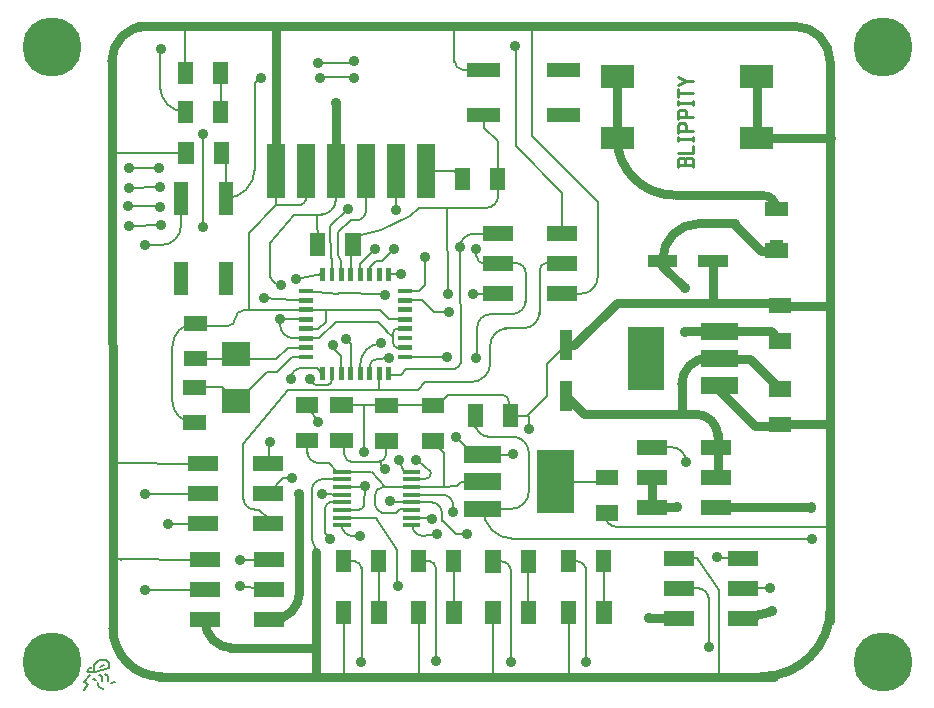
<source format=gbr>
G04 start of page 2 for group 0 idx 0 *
G04 Title: (unknown), top *
G04 Creator: pcb 20140316 *
G04 CreationDate: Wed Jul  8 14:59:58 2015 UTC *
G04 For: frankenteddy *
G04 Format: Gerber/RS-274X *
G04 PCB-Dimensions (mil): 3270.00 2515.00 *
G04 PCB-Coordinate-Origin: lower left *
%MOIN*%
%FSLAX25Y25*%
%LNTOP*%
%ADD29C,0.0150*%
%ADD28C,0.1575*%
%ADD27C,0.0350*%
%ADD26C,0.1968*%
%ADD25R,0.0157X0.0157*%
%ADD24R,0.0600X0.0600*%
%ADD23R,0.1220X0.1220*%
%ADD22R,0.0394X0.0394*%
%ADD21R,0.0560X0.0560*%
%ADD20R,0.0118X0.0118*%
%ADD19R,0.0472X0.0472*%
%ADD18R,0.0748X0.0748*%
%ADD17R,0.0130X0.0130*%
%ADD16R,0.0787X0.0787*%
%ADD15R,0.0510X0.0510*%
%ADD14R,0.0500X0.0500*%
%ADD13C,0.0100*%
%ADD12C,0.0070*%
%ADD11C,0.0300*%
G54D11*X241431Y158173D02*X241500Y144100D01*
X243500Y125500D02*X253700D01*
X263000Y144000D02*X263800Y143200D01*
X279800D01*
X280000Y143000D01*
X260600Y134600D02*X263800Y131400D01*
X263000Y144000D02*X209500D01*
X263800Y103600D02*X280100D01*
X280500Y104000D01*
X253700Y125500D02*X263800Y115400D01*
X243500Y116500D02*Y115000D01*
X243000Y125500D02*X236600Y125300D01*
X231000Y118100D02*Y107000D01*
X231500D02*X236500D01*
G54D12*X230000Y59000D02*X236000D01*
X235900D02*X236000D01*
G54D11*X243500Y115000D02*X255500Y103000D01*
X243000Y100500D02*X243200Y86700D01*
G54D12*X221000Y96000D02*X227500D01*
X251500Y59000D02*X243400Y59100D01*
G54D11*X255500Y103000D02*X263400D01*
X264000Y103600D01*
X263000Y103100D02*X263500Y103600D01*
X231000Y107000D02*X198429D01*
X192327Y113102D01*
X242500Y76000D02*X273900D01*
X274200Y76300D01*
G54D12*X280650Y69350D02*X209300Y69400D01*
G54D11*X221000Y76000D02*X229500D01*
G54D12*X274500Y65500D02*X174500D01*
G54D11*X221000Y86000D02*Y76000D01*
G54D12*X189000Y84500D02*X202700D01*
X204000Y85800D01*
X164600Y75400D02*X174400D01*
X174000Y106500D02*X179500D01*
X166300Y99500D02*X175100D01*
X174000Y93500D02*X164600D01*
X173500Y107000D02*X174000Y106500D01*
X164800Y93500D02*X161700D01*
X155900Y99300D01*
X179500Y106500D02*X186000Y113000D01*
Y123704D01*
X180000Y94500D02*Y81000D01*
Y106500D02*Y102000D01*
X162200Y106500D02*Y102800D01*
X153000Y113500D02*X170800D01*
X173400Y111300D02*X173500Y107000D01*
X167300Y140300D02*X174300D01*
X153400Y141100D02*X148300D01*
X146850Y142550D01*
X164600Y84500D02*X157392D01*
X156000Y83108D01*
X159300Y67000D02*Y67300D01*
Y66900D02*X155700D01*
X154800Y74300D02*Y77195D01*
G54D11*X261700Y19500D02*X56700Y19502D01*
G54D12*X143250Y40950D02*Y24253D01*
X168100Y19502D02*X168099Y19501D01*
X143250Y24300D02*Y19651D01*
X143100Y19501D01*
X149200Y24300D02*Y26900D01*
X179900Y40900D02*Y57900D01*
X143200Y58000D02*X147300D01*
X149100Y56200D02*X149200Y26700D01*
X168050Y57950D02*X170900Y57900D01*
X136200Y50200D02*X136300Y50100D01*
X205050Y40950D02*Y57950D01*
X205000Y58000D01*
X230000Y49000D02*X237000D01*
X243500Y48500D02*Y19500D01*
X240000Y46000D02*Y30000D01*
X193250Y40950D02*Y23250D01*
G54D11*X251500Y39000D02*X261000Y41500D01*
X230000Y39000D02*X221000D01*
G54D12*X236000Y59000D02*X243500Y48500D01*
X93500D02*X83900Y49800D01*
X93500Y58500D02*X83400Y58400D01*
G54D11*X109000Y19700D02*Y60900D01*
G54D12*X118200Y58000D02*X122300D01*
X124300Y56000D02*Y24800D01*
X136200Y61800D02*Y50200D01*
X179900Y57900D02*X179850Y57950D01*
X251500Y49000D02*X260500Y49100D01*
X174100Y54500D02*Y24500D01*
X193200Y58000D02*X196100D01*
X199200Y54800D02*Y24600D01*
X168100Y40900D02*Y23602D01*
X193250Y23350D02*Y19651D01*
X193100Y19501D01*
X168100Y23800D02*Y19502D01*
G54D11*X80300Y29000D02*X109000D01*
G54D12*X118250Y40950D02*Y23750D01*
Y23800D02*Y19552D01*
X118200Y19502D01*
G54D11*X57500Y19602D02*X57400Y19502D01*
G54D12*X37700Y18000D02*Y19700D01*
X36700Y20200D01*
X39600Y17900D02*Y19700D01*
X38600Y20400D01*
X40900Y17400D02*X42000Y17700D01*
X35200Y21072D02*X32928D01*
X35200D02*Y23300D01*
X36800Y24900D01*
X37000Y22800D02*X38400Y23300D01*
X35300Y21100D02*X40000Y22400D01*
X36800Y24900D02*X39200D01*
X40200Y23900D01*
Y22528D01*
X40100Y22428D01*
X35700Y18300D02*X34700Y18700D01*
X33800Y20100D02*X31700Y17700D01*
X33100Y17100D02*X31600Y15200D01*
X31700Y17700D02*X33100Y17100D01*
X130050Y40950D02*Y57950D01*
X117786Y77621D02*X113521D01*
X117786Y75062D02*X123500Y75100D01*
X117786Y80179D02*X111200Y80300D01*
X117786Y85297D02*X110900Y85300D01*
X127644Y87756D02*X132100Y82700D01*
X117300Y87856D02*X116144D01*
X113300Y90700D01*
X109300D01*
X125100Y76500D02*X125400Y83000D01*
X117786Y82738D02*X125100Y82600D01*
X117900Y72503D02*X128997D01*
X128700Y80400D02*Y77000D01*
X123700Y66400D02*X121100D01*
X112200Y76200D02*X112150Y67350D01*
X113600Y65500D02*Y65900D01*
X112200Y67300D01*
X155050Y40950D02*Y57950D01*
X155000Y58000D01*
X145997Y72503D02*X146000Y72500D01*
X129097Y72403D02*X136200Y61800D01*
X144400Y66400D02*X149400Y67000D01*
X146603Y71897D02*X145950Y72550D01*
X141014Y72503D02*X145997D01*
X140876Y75200D02*X141014Y75062D01*
Y77621D02*X147841Y77541D01*
X147600D02*X148159D01*
X137862Y75238D02*X137238D01*
X135521Y77621D02*X141021D01*
X140838Y75238D02*X137838D01*
X133800Y78200D02*X135042D01*
X135621Y77621D01*
X137238Y75238D02*X135900Y73900D01*
X131800D01*
X141014Y80179D02*X151600Y80100D01*
X141014Y82738D02*X152062D01*
X155900Y83100D02*X151438Y82738D01*
X151500Y94500D02*X148000Y98000D01*
X151600Y83200D02*Y94400D01*
X151000Y71600D02*X155700Y66900D01*
X150950Y74750D02*Y71650D01*
X151100Y71500D01*
X142700Y91700D02*X147500Y87600D01*
X138356Y87856D02*X136700Y91600D01*
X132500Y98000D02*Y93500D01*
X130050Y57950D02*X130000Y58000D01*
X71500Y70500D02*X60100D01*
X59800Y70800D01*
X141014Y85297D02*X145500Y85300D01*
X141014Y87856D02*X138444D01*
X136138Y82738D02*X131300Y82700D01*
X140600Y82738D02*X136138D01*
X125000Y110000D02*Y94500D01*
X118500Y97500D02*Y93700D01*
X117786Y87856D02*X127544D01*
X120600Y91000D02*X130900D01*
Y89900D01*
X132100Y88700D01*
X110225Y132325D02*X115600Y137700D01*
X129635D01*
X120675Y127400D02*Y130225D01*
X119000Y131900D01*
X114376Y120521D02*Y118224D01*
X79800Y136500D02*X69700D01*
X68950Y137250D01*
X101026Y126026D02*X96000Y121000D01*
X103800Y122400D02*X109348D01*
X111227Y120521D01*
X113100Y116800D02*X109000D01*
X105825Y132325D02*X110225D01*
X105721Y126026D02*X101026D01*
X105721Y138625D02*X97000Y138600D01*
X97100D02*Y136700D01*
D03*
X84800Y97100D02*X99600Y115050D01*
X88600Y75200D02*X90200D01*
X123825Y153579D02*Y156225D01*
Y120521D02*Y124125D01*
X123800Y157100D02*Y156200D01*
X123825Y156175D01*
X126974Y153579D02*Y155974D01*
X138779Y148074D02*X143474D01*
X145500Y150100D01*
X138779Y144924D02*X144476D01*
X146800Y142600D01*
X126974Y155974D02*X129000Y158000D01*
X131200D01*
X126975Y120521D02*Y123075D01*
X133400Y125800D02*X129300Y125400D01*
X134800Y130700D02*X134750Y132585D01*
X132500Y134835D01*
X129635Y137700D02*X132667Y134667D01*
X134750Y132200D02*X134800Y134300D01*
X95700Y176600D02*X86700Y167500D01*
X95900Y176700D02*X95700Y176900D01*
X101800Y173400D02*X93700Y164100D01*
X101624Y144924D02*X91400Y145800D01*
X77350Y217650D02*X77300Y217700D01*
X57100Y215400D02*X57200Y228700D01*
X57400Y228900D01*
X79000Y179000D02*Y192500D01*
X77500Y194000D01*
X64039Y179000D02*X64100Y169900D01*
G54D11*X95700Y188300D02*Y231300D01*
G54D12*X88600Y188500D02*Y217300D01*
X90600Y219300D01*
X71500Y169600D02*Y200800D01*
X71300Y201000D01*
X138779Y135475D02*X135900Y135500D01*
X133475Y138625D02*X130250Y141850D01*
X138779Y138625D02*X133475D01*
X117525Y153579D02*Y158025D01*
X120675Y153579D02*Y163875D01*
X135750Y188250D02*Y175750D01*
X116391Y147209D02*X132100Y147200D01*
X121300Y166200D02*X130600Y168400D01*
X130800Y168424D02*X140500Y173000D01*
X128800Y162200D02*Y162100D01*
X123800Y157100D01*
X131200Y158000D02*X135200Y162000D01*
X152900Y175794D02*X153000Y147000D01*
X133273Y153579D02*X137479D01*
X137500Y153600D01*
X143400Y175800D02*X140568Y173032D01*
X145500Y150100D02*Y159400D01*
X95700Y188200D02*Y176600D01*
X105700Y188200D02*Y178500D01*
X104000Y176700D02*X95900D01*
X125700Y188200D02*Y174600D01*
G54D11*X115699Y188300D02*Y210699D01*
X115800Y210800D01*
G54D12*X123100Y171600D02*X120600D01*
X120675Y163875D02*X120900Y164100D01*
X105721Y148073D02*X116500Y147200D01*
X114000Y159700D02*X113900Y168800D01*
X116400Y167800D02*Y160199D01*
X120600Y171600D02*X116400Y167700D01*
X117525Y157975D02*X116400Y160200D01*
X115700Y188200D02*X115731Y178069D01*
X109600Y163500D02*X109500Y173500D01*
X101800D02*X111161D01*
X113900Y168800D02*Y169700D01*
X119600Y175500D01*
X110500Y219300D02*X121700D01*
X121800Y219400D01*
X109700Y224000D02*X121100D01*
X121700Y224600D01*
X155000Y188200D02*X157800Y185400D01*
X152100Y175800D02*X165900Y175700D01*
X152300Y175800D02*X143300D01*
X191200Y167100D02*Y180700D01*
X203000Y177800D02*X181200Y199600D01*
X169800Y179500D02*Y184576D01*
X169676Y184700D01*
X191200Y180700D02*X175600Y196300D01*
X169600Y185400D02*Y197900D01*
G54D11*X229000Y180000D02*X257900D01*
X262600Y161520D02*X257480D01*
X248500Y170500D01*
X236800Y170600D02*X248600D01*
G54D12*X135600Y188100D02*X135700Y188200D01*
X145700D02*X155000D01*
X169600Y197900D02*X165000Y202500D01*
Y206728D01*
X164928Y206800D01*
G54D11*X49800Y236300D02*X268700D01*
G54D12*X175600Y229300D02*X175300Y229600D01*
G54D11*X95700Y230600D02*Y235800D01*
X95900Y236000D01*
G54D12*X175600Y196300D02*Y229300D01*
X181200Y199600D02*Y221600D01*
X164928Y221761D02*X158039D01*
G54D11*X209500Y219472D02*Y199000D01*
X210000D01*
G54D12*X181200Y221600D02*Y236400D01*
X155200Y224400D02*Y236400D01*
X65500Y220700D02*X65400Y236100D01*
X203000Y152600D02*Y177800D01*
X191200Y147100D02*X197500D01*
X185500Y157400D02*X190900D01*
X191200Y157100D01*
G54D11*X224502Y156498D02*X232000Y149000D01*
X192327Y130031D02*X195031D01*
X260600Y134600D02*X232100D01*
X232000Y134500D01*
X195031Y130031D02*X209500Y144000D01*
G54D12*X169700Y167100D02*X161200D01*
X157550Y124650D02*X157050Y162950D01*
X169700Y157100D02*X165000D01*
X162500Y162200D02*Y159600D01*
X163800Y147100D02*X161600D01*
X169700D02*X163000D01*
X179000Y144500D02*Y154400D01*
X176000Y157400D02*X170000D01*
X169700Y157100D01*
X183600Y140300D02*Y155500D01*
X171800Y135600D02*X178900D01*
X167150Y123350D02*X167200Y130100D01*
X162750Y125750D02*X162800Y135700D01*
X186000Y123704D02*X192327Y130031D01*
X117526Y126374D02*X114400Y129500D01*
X58100Y163400D02*X52000D01*
G54D11*X255957Y219472D02*Y199000D01*
X280600Y198900D01*
X280500Y224500D02*Y38000D01*
X41000Y225200D02*X41302Y36800D01*
X41301Y37500D02*Y34701D01*
G54D12*X77350Y207750D02*Y217650D01*
X65700Y194000D02*X40957Y193900D01*
X46900Y188900D02*X56500D01*
X57000Y182700D02*X46500Y182500D01*
X56600Y176300D02*X46500D01*
X57600Y169900D02*X46700Y169800D01*
X61200Y129700D02*X61100Y111400D01*
X72000Y58500D02*X41268Y58600D01*
X44000Y58500D02*X43968Y58532D01*
X71500Y90500D02*X41218Y90600D01*
X71500Y80500D02*X52000D01*
X72000Y48500D02*X52000D01*
X99689Y129176D02*X95763Y125250D01*
X91900Y141750D02*X84700Y141700D01*
X91850Y141750D02*X105697D01*
X105721Y129176D02*X99689D01*
X106000Y110000D02*X109800Y104400D01*
X93700Y164100D02*X93600Y153600D01*
X86700Y167500D02*X86650Y141800D01*
X69100Y125500D02*X95763Y125250D01*
X68550Y115950D02*X77676D01*
X82344Y111282D01*
X83182D01*
X92900Y121000D01*
X96050Y121050D01*
X105721Y132325D02*X101475D01*
X105697Y141750D02*X105721Y141774D01*
G54D11*X103500Y47000D02*X103400Y80300D01*
G54D12*X106200Y94000D02*Y98000D01*
X106000Y98200D01*
X93000Y90500D02*X93900Y97900D01*
X93000Y70500D02*Y72400D01*
X90200Y75200D01*
X84800Y78700D02*Y97100D01*
X101000Y85700D02*X98200D01*
X93000Y80500D01*
X107700Y82100D02*Y64900D01*
X108500Y61800D02*X109000Y61300D01*
X107700Y65100D02*X109000Y61700D01*
X145550Y117650D02*X161450D01*
X139150Y121950D02*X154850D01*
X137274Y120074D02*X139150Y121950D01*
X152673Y126027D02*X152750Y125950D01*
X138779Y126027D02*X152673D01*
X142950Y115050D02*X145550Y117650D01*
X117500Y110000D02*X149500D01*
X153000Y113500D01*
X131300Y115050D02*X142950D01*
X130124Y120521D02*X130100Y115050D01*
X133274Y120074D02*X137274D01*
X138753Y129150D02*X138779Y129176D01*
X136100Y129200D02*X138753Y129150D01*
X117526Y120521D02*Y126374D01*
X120675Y120521D02*Y127425D01*
X109850Y141850D02*X109750Y141750D01*
X109950D02*X105950D01*
X112250Y137850D02*Y141850D01*
X109875Y135475D02*X112250Y137850D01*
X105721Y135475D02*X109875D01*
X105721Y144924D02*X101624D01*
X130250Y141850D02*X109850D01*
X114376Y153579D02*Y157876D01*
X114000Y159700D01*
X111226Y153579D02*X102400Y152200D01*
X131400Y115050D02*X99578Y115022D01*
X104200Y122400D02*G75*G03X100900Y119100I0J-3300D01*G01*
X106200Y94500D02*G75*G03X110000Y90700I3800J0D01*G01*
X111300Y85300D02*G75*G03X107700Y81700I0J-3600D01*G01*
X113000Y116800D02*G75*G03X114300Y118100I0J1300D01*G01*
X107000Y118800D02*G75*G03X109000Y116800I2000J0D01*G01*
X130900Y130600D02*G75*G03X123800Y123500I0J-7100D01*G01*
X145200Y85300D02*G75*G03X147500Y87600I0J2300D01*G01*
X118500Y93700D02*G75*G03X121200Y91000I2700J0D01*G01*
X132500Y93800D02*G75*G02X129700Y91000I-2800J0D01*G01*
X136100Y135500D02*G75*G03X134800Y134200I0J-1300D01*G01*
X136200Y129200D02*G75*G02X134800Y130600I0J1400D01*G01*
X129500Y125400D02*G75*G03X126900Y122800I0J-2600D01*G01*
X125700Y174800D02*G75*G02X122500Y171600I-3200J0D01*G01*
X65550Y207750D02*G75*G02X57100Y216200I0J8450D01*G01*
X105700Y178800D02*G75*G02X103600Y176700I-2100J0D01*G01*
X115700Y178500D02*G75*G02X110700Y173500I-5000J0D01*G01*
X79000Y179000D02*G75*G03X88600Y188600I0J9600D01*G01*
X68950Y137250D02*G75*G03X61200Y129500I0J-7750D01*G01*
X85100Y141700D02*G75*G03X82100Y138700I0J-3000D01*G01*
G75*G02X79900Y136500I-2200J0D01*G01*
X97500Y150100D02*G75*G02X93600Y154000I0J3900D01*G01*
X101700Y132300D02*G75*G02X97100Y136900I0J4600D01*G01*
X57600Y163400D02*G75*G03X64100Y169900I0J6500D01*G01*
G54D11*X52800Y236400D02*G75*G03X41000Y224600I0J-11800D01*G01*
G54D12*X68550Y104150D02*G75*G02X61100Y111600I0J7450D01*G01*
X154100Y121900D02*G75*G03X157600Y125400I0J3500D01*G01*
X160800Y117700D02*G75*G03X167200Y124100I0J6400D01*G01*
X170900Y113500D02*G75*G02X173500Y110900I0J-2600D01*G01*
G54D11*X239700Y125700D02*G75*G03X231000Y117000I0J-8700D01*G01*
G54D12*X185900Y157400D02*G75*G03X183600Y155100I0J-2300D01*G01*
X197300Y147100D02*G75*G03X203000Y152800I0J5700D01*G01*
X175600Y157400D02*G75*G02X179000Y154000I0J-3400D01*G01*
X162500Y159900D02*G75*G03X165300Y157100I2800J0D01*G01*
X161600Y167100D02*G75*G03X157100Y162600I0J-4500D01*G01*
X165600Y175700D02*G75*G03X169800Y179900I0J4200D01*G01*
X167100Y129800D02*G75*G02X172900Y135600I5800J0D01*G01*
X178200D02*G75*G03X183600Y141000I0J5400D01*G01*
X174300Y140300D02*G75*G03X179000Y145000I0J4700D01*G01*
X167300Y140300D02*G75*G03X162800Y135800I0J-4500D01*G01*
X158300Y221700D02*G75*G02X155200Y224800I0J3100D01*G01*
G54D11*X268600Y236300D02*G75*G02X280500Y224400I0J-11900D01*G01*
X209400Y199200D02*G75*G03X228600Y180000I19200J0D01*G01*
X262500Y175400D02*G75*G03X257900Y180000I-4600J0D01*G01*
X224600Y158400D02*G75*G02X236700Y170500I12100J0D01*G01*
G54D12*X166700Y99500D02*G75*G02X162200Y104000I0J4500D01*G01*
X174600Y99500D02*G75*G02X180000Y94100I0J-5400D01*G01*
X232500Y91000D02*G75*G03X227500Y96000I-5000J0D01*G01*
X180000Y81200D02*G75*G02X174200Y75400I-5800J0D01*G01*
X174700Y65500D02*G75*G02X164700Y75500I0J10000D01*G01*
X209500Y69400D02*G75*G02X205300Y73600I0J4200D01*G01*
X174100Y54500D02*G75*G03X170650Y57950I-3450J0D01*G01*
X199200Y54500D02*G75*G03X195700Y58000I-3500J0D01*G01*
X236200Y49000D02*G75*G02X240000Y45200I0J-3800D01*G01*
G54D11*X235700Y107000D02*G75*G02X243000Y99700I0J-7300D01*G01*
X280500Y42300D02*G75*G02X257700Y19500I-22800J0D01*G01*
G54D12*X151300Y80100D02*G75*G02X154800Y76600I0J-3500D01*G01*
X147500Y77600D02*G75*G02X151000Y74100I0J-3500D01*G01*
X128700Y77500D02*G75*G03X132300Y73900I3600J0D01*G01*
X128700Y79900D02*G75*G02X131500Y82700I2800J0D01*G01*
X123200Y75100D02*G75*G03X125200Y77100I0J2000D01*G01*
X113900Y77600D02*G75*G03X112200Y75900I0J-1700D01*G01*
X88700Y75200D02*G75*G02X84800Y79100I0J3900D01*G01*
X144700Y66400D02*G75*G02X141100Y70000I0J3600D01*G01*
X117686Y69944D02*G75*G03X121230Y66400I3544J0D01*G01*
X121700Y58000D02*G75*G02X124300Y55400I0J-2600D01*G01*
X146700Y58000D02*G75*G02X149100Y55600I0J-2400D01*G01*
G54D11*X94300Y38400D02*G75*G03X103600Y47700I0J9300D01*G01*
X72000Y38300D02*G75*G03X81300Y29000I9300J0D01*G01*
X57500Y19500D02*G75*G02X41400Y35600I0J16100D01*G01*
G54D12*X36200Y17400D02*G75*G03X38200Y15400I2000J0D01*G01*
X32900Y21200D02*G75*G02X34200Y22500I1300J0D01*G01*
G54D13*X234750Y191900D02*Y189400D01*
Y191900D02*X234125Y192525D01*
X232625D02*X234125D01*
X232000Y191900D02*X232625Y192525D01*
X232000Y191900D02*Y190025D01*
X229750D02*X234750D01*
X229750Y191900D02*Y189400D01*
Y191900D02*X230375Y192525D01*
X231375D01*
X232000Y191900D02*X231375Y192525D01*
X229750Y194025D02*X234750D01*
Y196525D02*Y194025D01*
X229750Y199275D02*Y198025D01*
Y198650D02*X234750D01*
Y199275D02*Y198025D01*
X229750Y201400D02*X234750D01*
X229750Y203275D02*Y200775D01*
Y203275D02*X230375Y203900D01*
X231625D01*
X232250Y203275D02*X231625Y203900D01*
X232250Y203275D02*Y201400D01*
X229750Y206025D02*X234750D01*
X229750Y207900D02*Y205400D01*
Y207900D02*X230375Y208525D01*
X231625D01*
X232250Y207900D02*X231625Y208525D01*
X232250Y207900D02*Y206025D01*
X229750Y211275D02*Y210025D01*
Y210650D02*X234750D01*
Y211275D02*Y210025D01*
X229750Y215275D02*Y212775D01*
Y214025D02*X234750D01*
X229750Y216775D02*X232250Y218025D01*
X229750Y219275D01*
X232250Y218025D02*X234750D01*
G54D14*X69000Y70500D02*X74000D01*
X69000Y80500D02*X74000D01*
X69500Y38500D02*X74500D01*
X69500Y48500D02*X74500D01*
X69500Y58500D02*X74500D01*
X90500Y70500D02*X95500D01*
X91000Y38500D02*X96000D01*
X91000Y48500D02*X96000D01*
X91000Y58500D02*X96000D01*
G54D15*X118200Y59200D02*Y56800D01*
X130000Y59200D02*Y56800D01*
X143200Y59200D02*Y56800D01*
X155000Y59200D02*Y56800D01*
X118250Y42150D02*Y39750D01*
X130050Y42150D02*Y39750D01*
X143250Y42150D02*Y39750D01*
X155050Y42150D02*Y39750D01*
G54D14*X69000Y90500D02*X74000D01*
X90500Y80500D02*X95500D01*
X90500Y90500D02*X95500D01*
G54D15*X67350Y104150D02*X69750D01*
X67350Y115950D02*X69750D01*
G54D16*X81556Y111282D02*X83131D01*
G54D15*X116300Y110000D02*X118700D01*
X116300Y98200D02*X118700D01*
X131300Y109800D02*X133700D01*
X131300Y98000D02*X133700D01*
X104800Y110000D02*X107200D01*
X104800Y98200D02*X107200D01*
G54D17*X115383Y87856D02*X119989D01*
X115383Y85297D02*X119989D01*
X115383Y82738D02*X119989D01*
X115383Y80179D02*X119989D01*
X115383Y77621D02*X119989D01*
X115383Y75062D02*X119989D01*
X115383Y72503D02*X119989D01*
G54D15*X146800Y109800D02*X149200D01*
X146800Y98000D02*X149200D01*
G54D17*X115383Y69944D02*X119989D01*
X138611D02*X143217D01*
X138611Y72503D02*X143217D01*
X138611Y75062D02*X143217D01*
X138611Y77621D02*X143217D01*
X138611Y80179D02*X143217D01*
X138611Y82738D02*X143217D01*
X138611Y85297D02*X143217D01*
X138611Y87856D02*X143217D01*
G54D18*X254185Y219473D02*X257728D01*
X254185Y199000D02*X257728D01*
X207728D02*X211272D01*
X207728Y219473D02*X211272D01*
G54D19*X188550Y206800D02*X194849D01*
X188550Y221761D02*X194849D01*
X161779Y206800D02*X168078D01*
X161779Y221761D02*X168078D01*
X261222Y161521D02*X263978D01*
X261222Y175300D02*X263978D01*
G54D20*X261025Y164473D02*X264175D01*
G54D15*X262600Y143200D02*X265000D01*
X262600Y131400D02*X265000D01*
G54D21*X240200Y116500D02*X246800D01*
X240200Y125500D02*X246800D01*
X240200Y134600D02*X246800D01*
G54D22*X221550Y158173D02*X227455D01*
X238479D02*X244384D01*
G54D15*X262600Y115400D02*X265000D01*
G54D23*X219100Y130000D02*Y121000D01*
G54D14*X167200Y147100D02*X172200D01*
X167200Y157100D02*X172200D01*
X167200Y167100D02*X172200D01*
X188700Y147100D02*X193700D01*
X188700Y157100D02*X193700D01*
X188700Y167100D02*X193700D01*
G54D15*X262600Y103600D02*X265000D01*
G54D14*X240000Y96000D02*X245000D01*
X240000Y86000D02*X245000D01*
X240000Y76000D02*X245000D01*
X218500Y96000D02*X223500D01*
X218500Y86000D02*X223500D01*
X218500Y76000D02*X223500D01*
X227500Y39000D02*X232500D01*
X227500Y49000D02*X232500D01*
X227500Y59000D02*X232500D01*
X249000Y39000D02*X254000D01*
X249000Y49000D02*X254000D01*
X249000Y59000D02*X254000D01*
G54D22*X192327Y116055D02*Y110150D01*
Y132984D02*Y127079D01*
G54D23*X189000Y89000D02*Y80000D01*
G54D15*X168050Y59150D02*Y56750D01*
X168100Y42100D02*Y39700D01*
G54D21*X161300Y75400D02*X167900D01*
G54D15*X179850Y59150D02*Y56750D01*
X179900Y42100D02*Y39700D01*
X193200Y59200D02*Y56800D01*
X205000Y59200D02*Y56800D01*
X193250Y42150D02*Y39750D01*
X205050Y42150D02*Y39750D01*
X204800Y74000D02*X207200D01*
X204800Y85800D02*X207200D01*
G54D21*X161300Y93500D02*X167900D01*
X161300Y84500D02*X167900D01*
G54D15*X174000Y107700D02*Y105300D01*
X162200Y107700D02*Y105300D01*
G54D19*X79000Y155378D02*Y149079D01*
X64039Y182149D02*Y175850D01*
Y155378D02*Y149079D01*
X79000Y182149D02*Y175850D01*
G54D15*X65700Y195200D02*Y192800D01*
X77500Y195200D02*Y192800D01*
G54D24*X95700Y194200D02*Y182200D01*
G54D15*X65500Y221900D02*Y219500D01*
X77300Y221900D02*Y219500D01*
X65550Y208950D02*Y206550D01*
X77350Y208950D02*Y206550D01*
G54D24*X105700Y194200D02*Y182200D01*
X115700Y194200D02*Y182200D01*
X125700Y194200D02*Y182200D01*
G54D15*X121400Y164700D02*Y162300D01*
G54D24*X135700Y194200D02*Y182200D01*
X145700Y194200D02*Y182200D01*
G54D15*X157800Y186600D02*Y184200D01*
X169600Y186600D02*Y184200D01*
X109600Y164700D02*Y162300D01*
G54D25*X104258Y148073D02*X107184D01*
X104258Y144924D02*X107184D01*
X104258Y141774D02*X107184D01*
X104258Y138625D02*X107184D01*
X104258Y135475D02*X107184D01*
X111226Y155042D02*Y152116D01*
X104258Y132325D02*X107184D01*
X104258Y129176D02*X107184D01*
X104258Y126026D02*X107184D01*
X111227Y121984D02*Y119058D01*
G54D16*X81556Y127030D02*X83131D01*
G54D15*X67750Y125450D02*X70150D01*
X67750Y137250D02*X70150D01*
G54D25*X114376Y121984D02*Y119058D01*
X117526Y121984D02*Y119058D01*
X120675Y121984D02*Y119058D01*
X123825Y121984D02*Y119058D01*
X126975Y121984D02*Y119058D01*
X130124Y121984D02*Y119058D01*
X133274Y121984D02*Y119058D01*
X137316Y126027D02*X140242D01*
X137316Y129176D02*X140242D01*
X137316Y132326D02*X140242D01*
X137316Y135475D02*X140242D01*
X137316Y138625D02*X140242D01*
X137316Y141775D02*X140242D01*
X137316Y144924D02*X140242D01*
X137316Y148074D02*X140242D01*
X133273Y155042D02*Y152116D01*
X130124Y155042D02*Y152116D01*
X126974Y155042D02*Y152116D01*
X123825Y155042D02*Y152116D01*
X120675Y155042D02*Y152116D01*
X117525Y155042D02*Y152116D01*
X114376Y155042D02*Y152116D01*
G54D26*X21000Y24500D03*
G54D27*X52000Y48500D03*
Y80500D03*
X59900Y70400D03*
G54D26*X21000Y229500D03*
G54D27*X57300Y228700D03*
X52000Y163500D03*
X56600Y188900D03*
X46700D03*
X46600Y182500D03*
X57000Y182700D03*
X46600Y169700D03*
X46500Y176300D03*
X57200Y176200D03*
X57500Y169900D03*
X71500Y169300D03*
X71400Y200500D03*
X97500Y150100D03*
X97000Y138600D03*
X135800Y175100D03*
X135200Y162000D03*
X132100Y146800D03*
X137500Y153600D03*
X153400Y141200D03*
X128800Y162200D03*
X162500D03*
X157100Y162700D03*
X145500Y159400D03*
X102400Y152200D03*
X91600Y145700D03*
X159300Y67000D03*
X136300Y49800D03*
X113600Y65500D03*
X149200Y24600D03*
X124100Y24500D03*
X174100D03*
X119600Y175500D03*
X175300Y229600D03*
X115600Y210800D03*
X121800Y219200D03*
X110300Y219100D03*
X90800Y219200D03*
X121700Y224600D03*
X109700Y224000D03*
X153000Y147000D03*
X161500D03*
X232000Y134500D03*
Y149000D03*
X180000Y102000D03*
X155900Y99300D03*
G54D26*X298000Y229500D03*
G54D27*X274200Y75800D03*
X232500Y91000D03*
X229500Y76000D03*
X154800Y74300D03*
X240000Y29500D03*
X174900Y93600D03*
X220100Y39000D03*
X261000Y41500D03*
X242800Y59500D03*
X260500Y49100D03*
G54D26*X298000Y24500D03*
G54D27*X274500Y65500D03*
X199200Y24400D03*
X162450Y125850D03*
X152700Y126100D03*
X130900Y130600D03*
X114700Y130200D03*
X119000Y131900D03*
X133400Y125800D03*
X100900Y118600D03*
X125000Y94500D03*
X109800Y104400D03*
X107000Y118800D03*
X93900Y97800D03*
X83900Y49800D03*
Y58500D03*
X103400Y80300D03*
X101000Y85700D03*
X123700Y66400D03*
X111200Y80300D03*
X125400Y83000D03*
X136700Y91600D03*
X132100Y88700D03*
X149400Y67100D03*
X147603Y71897D03*
X142500Y91800D03*
X133800Y78200D03*
G54D28*G54D29*G54D28*G54D29*G54D28*G54D29*G54D28*G54D29*M02*

</source>
